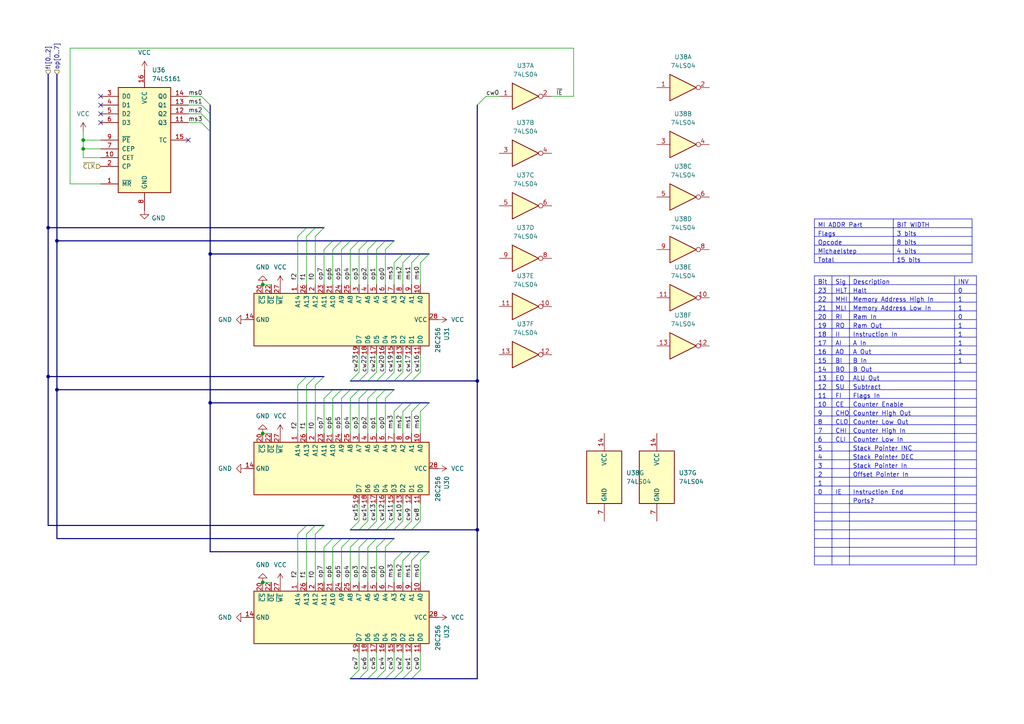
<source format=kicad_sch>
(kicad_sch (version 20250114) (generator "eeschema") (generator_version "9.0")
  (paper "A4")
  (lib_symbols
    (symbol "74xx:74LS04"
      (property "Reference" "U" (at 0 1.27 0))
      (property "Value" "74LS04" (at 0 -1.27 0))
      (symbol "74LS04_1_0"
        (polyline (pts (xy -3.81 3.81) (xy -3.81 -3.81) (xy 3.81 0) (xy -3.81 3.81)) (stroke (width 0.254)) (fill (type background)))
        (pin input line (at -7.62 0 0) (length 3.81) (name "~") (number "1"))
        (pin output inverted (at 7.62 0 180) (length 3.81) (name "~") (number "2"))
      )
      (symbol "74LS04_2_0"
        (polyline (pts (xy -3.81 3.81) (xy -3.81 -3.81) (xy 3.81 0) (xy -3.81 3.81)) (stroke (width 0.254)) (fill (type background)))
        (pin input line (at -7.62 0 0) (length 3.81) (name "~") (number "3"))
        (pin output inverted (at 7.62 0 180) (length 3.81) (name "~") (number "4"))
      )
      (symbol "74LS04_3_0"
        (polyline (pts (xy -3.81 3.81) (xy -3.81 -3.81) (xy 3.81 0) (xy -3.81 3.81)) (stroke (width 0.254)) (fill (type background)))
        (pin input line (at -7.62 0 0) (length 3.81) (name "~") (number "5"))
        (pin output inverted (at 7.62 0 180) (length 3.81) (name "~") (number "6"))
      )
      (symbol "74LS04_4_0"
        (polyline (pts (xy -3.81 3.81) (xy -3.81 -3.81) (xy 3.81 0) (xy -3.81 3.81)) (stroke (width 0.254)) (fill (type background)))
        (pin input line (at -7.62 0 0) (length 3.81) (name "~") (number "9"))
        (pin output inverted (at 7.62 0 180) (length 3.81) (name "~") (number "8"))
      )
      (symbol "74LS04_5_0"
        (polyline (pts (xy -3.81 3.81) (xy -3.81 -3.81) (xy 3.81 0) (xy -3.81 3.81)) (stroke (width 0.254)) (fill (type background)))
        (pin input line (at -7.62 0 0) (length 3.81) (name "~") (number "11"))
        (pin output inverted (at 7.62 0 180) (length 3.81) (name "~") (number "10"))
      )
      (symbol "74LS04_6_0"
        (polyline (pts (xy -3.81 3.81) (xy -3.81 -3.81) (xy 3.81 0) (xy -3.81 3.81)) (stroke (width 0.254)) (fill (type background)))
        (pin input line (at -7.62 0 0) (length 3.81) (name "~") (number "13"))
        (pin output inverted (at 7.62 0 180) (length 3.81) (name "~") (number "12"))
      )
      (symbol "74LS04_7_0"
        (pin power_in line (at 0 12.7 270) (length 5.08) (name "VCC") (number "14"))
        (pin power_in line (at 0 -12.7 90) (length 5.08) (name "GND") (number "7"))
      )
      (symbol "74LS04_7_1"
        (rectangle (start -5.08 7.62) (end 5.08 -7.62) (stroke (width 0.254)) (fill (type background)))
      )
    )
    (symbol "74xx:74LS161" (pin_names (offset 1.016))
      (property "Reference" "U" (at -7.62 16.51 0))
      (property "Value" "74LS161" (at -7.62 -16.51 0))
      (symbol "74LS161_1_0"
        (pin input line (at -12.7 12.7 0) (length 5.08) (name "D0") (number "3"))
        (pin input line (at -12.7 10.16 0) (length 5.08) (name "D1") (number "4"))
        (pin input line (at -12.7 7.62 0) (length 5.08) (name "D2") (number "5"))
        (pin input line (at -12.7 5.08 0) (length 5.08) (name "D3") (number "6"))
        (pin input line (at -12.7 0 0) (length 5.08) (name "~{PE}") (number "9"))
        (pin input line (at -12.7 -2.54 0) (length 5.08) (name "CEP") (number "7"))
        (pin input line (at -12.7 -5.08 0) (length 5.08) (name "CET") (number "10"))
        (pin input line (at -12.7 -7.62 0) (length 5.08) (name "CP") (number "2"))
        (pin input line (at -12.7 -12.7 0) (length 5.08) (name "~{MR}") (number "1"))
        (pin power_in line (at 0 20.32 270) (length 5.08) (name "VCC") (number "16"))
        (pin power_in line (at 0 -20.32 90) (length 5.08) (name "GND") (number "8"))
        (pin output line (at 12.7 12.7 180) (length 5.08) (name "Q0") (number "14"))
        (pin output line (at 12.7 10.16 180) (length 5.08) (name "Q1") (number "13"))
        (pin output line (at 12.7 7.62 180) (length 5.08) (name "Q2") (number "12"))
        (pin output line (at 12.7 5.08 180) (length 5.08) (name "Q3") (number "11"))
        (pin output line (at 12.7 0 180) (length 5.08) (name "TC") (number "15"))
      )
      (symbol "74LS161_1_1"
        (rectangle (start -7.62 15.24) (end 7.62 -15.24) (stroke (width 0.254)) (fill (type background)))
      )
    )
    (symbol "Memory_EEPROM:28C256"
      (property "Reference" "U" (at -7.62 26.67 0))
      (property "Value" "28C256" (at 2.54 -26.67 0))
      (symbol "28C256_1_1"
        (rectangle (start -7.62 25.4) (end 7.62 -25.4) (stroke (width 0.254)) (fill (type background)))
        (pin input line (at -10.16 22.86 0) (length 2.54) (name "A0") (number "10"))
        (pin input line (at -10.16 20.32 0) (length 2.54) (name "A1") (number "9"))
        (pin input line (at -10.16 17.78 0) (length 2.54) (name "A2") (number "8"))
        (pin input line (at -10.16 15.24 0) (length 2.54) (name "A3") (number "7"))
        (pin input line (at -10.16 12.7 0) (length 2.54) (name "A4") (number "6"))
        (pin input line (at -10.16 10.16 0) (length 2.54) (name "A5") (number "5"))
        (pin input line (at -10.16 7.62 0) (length 2.54) (name "A6") (number "4"))
        (pin input line (at -10.16 5.08 0) (length 2.54) (name "A7") (number "3"))
        (pin input line (at -10.16 2.54 0) (length 2.54) (name "A8") (number "25"))
        (pin input line (at -10.16 0 0) (length 2.54) (name "A9") (number "24"))
        (pin input line (at -10.16 -2.54 0) (length 2.54) (name "A10") (number "21"))
        (pin input line (at -10.16 -5.08 0) (length 2.54) (name "A11") (number "23"))
        (pin input line (at -10.16 -7.62 0) (length 2.54) (name "A12") (number "2"))
        (pin input line (at -10.16 -10.16 0) (length 2.54) (name "A13") (number "26"))
        (pin input line (at -10.16 -12.7 0) (length 2.54) (name "A14") (number "1"))
        (pin input line (at -10.16 -17.78 0) (length 2.54) (name "~{WE}") (number "27"))
        (pin input line (at -10.16 -20.32 0) (length 2.54) (name "~{OE}") (number "22"))
        (pin input line (at -10.16 -22.86 0) (length 2.54) (name "~{CS}") (number "20"))
        (pin power_in line (at 0 27.94 270) (length 2.54) (name "VCC") (number "28"))
        (pin power_in line (at 0 -27.94 90) (length 2.54) (name "GND") (number "14"))
        (pin tri_state line (at 10.16 22.86 180) (length 2.54) (name "D0") (number "11"))
        (pin tri_state line (at 10.16 20.32 180) (length 2.54) (name "D1") (number "12"))
        (pin tri_state line (at 10.16 17.78 180) (length 2.54) (name "D2") (number "13"))
        (pin tri_state line (at 10.16 15.24 180) (length 2.54) (name "D3") (number "15"))
        (pin tri_state line (at 10.16 12.7 180) (length 2.54) (name "D4") (number "16"))
        (pin tri_state line (at 10.16 10.16 180) (length 2.54) (name "D5") (number "17"))
        (pin tri_state line (at 10.16 7.62 180) (length 2.54) (name "D6") (number "18"))
        (pin tri_state line (at 10.16 5.08 180) (length 2.54) (name "D7") (number "19"))
      )
    )
    (symbol "power:GND" (power) (pin_numbers (hide yes)) (pin_names (offset 0) (hide yes))
      (property "Value" "GND" (at 0 -3.81 0))
      (symbol "GND_0_1"
        (polyline (pts (xy 0 0) (xy 0 -1.27) (xy 1.27 -1.27) (xy 0 -2.54) (xy -1.27 -1.27) (xy 0 -1.27)))
      )
      (symbol "GND_1_1"
        (pin power_in line (at 0 0 270) (length 0) (name "~") (number "1"))
      )
    )
    (symbol "power:VCC" (power) (pin_numbers (hide yes)) (pin_names (offset 0) (hide yes))
      (property "Value" "VCC" (at 0 3.556 0))
      (symbol "VCC_0_1"
        (polyline (pts (xy -0.762 1.27) (xy 0 2.54)))
        (polyline (pts (xy 0 2.54) (xy 0.762 1.27)))
        (polyline (pts (xy 0 0) (xy 0 2.54)))
      )
      (symbol "VCC_1_1"
        (pin power_in line (at 0 0 90) (length 0) (name "~") (number "1"))
      )
    )
  )
  (junction (at 16.51 113.03))
  (junction (at 60.96 73.66))
  (junction (at 76.2 82.55))
  (junction (at 60.96 116.84))
  (junction (at 138.43 110.49))
  (junction (at 24.13 43.18))
  (junction (at 16.51 69.85))
  (junction (at 76.2 168.91))
  (junction (at 13.97 66.04))
  (junction (at 76.2 125.73))
  (junction (at 24.13 40.64))
  (junction (at 138.43 153.67))
  (junction (at 13.97 109.22))
  (no_connect (at 29.21 33.02))
  (no_connect (at 29.21 35.56))
  (no_connect (at 54.61 40.64))
  (no_connect (at 29.21 27.94))
  (no_connect (at 29.21 30.48))
  (bus_entry (at 106.68 107.95) (size -2.54 2.54))
  (bus_entry (at 106.68 151.13) (size -2.54 2.54))
  (bus_entry (at 114.3 119.38) (size 2.54 -2.54))
  (bus_entry (at 109.22 107.95) (size -2.54 2.54))
  (bus_entry (at 116.84 119.38) (size 2.54 -2.54))
  (bus_entry (at 121.92 107.95) (size -2.54 2.54))
  (bus_entry (at 109.22 151.13) (size -2.54 2.54))
  (bus_entry (at 109.22 72.39) (size 2.54 -2.54))
  (bus_entry (at 93.98 115.57) (size 2.54 -2.54))
  (bus_entry (at 58.42 35.56) (size 2.54 2.54))
  (bus_entry (at 86.36 154.94) (size 2.54 -2.54))
  (bus_entry (at 121.92 162.56) (size 2.54 -2.54))
  (bus_entry (at 121.92 76.2) (size 2.54 -2.54))
  (bus_entry (at 111.76 158.75) (size 2.54 -2.54))
  (bus_entry (at 121.92 151.13) (size -2.54 2.54))
  (bus_entry (at 109.22 158.75) (size 2.54 -2.54))
  (bus_entry (at 101.6 72.39) (size 2.54 -2.54))
  (bus_entry (at 91.44 154.94) (size 2.54 -2.54))
  (bus_entry (at 116.84 107.95) (size -2.54 2.54))
  (bus_entry (at 99.06 158.75) (size 2.54 -2.54))
  (bus_entry (at 101.6 115.57) (size 2.54 -2.54))
  (bus_entry (at 114.3 76.2) (size 2.54 -2.54))
  (bus_entry (at 138.43 30.48) (size 2.54 -2.54))
  (bus_entry (at 114.3 162.56) (size 2.54 -2.54))
  (bus_entry (at 109.22 194.31) (size -2.54 2.54))
  (bus_entry (at 104.14 194.31) (size -2.54 2.54))
  (bus_entry (at 58.42 33.02) (size 2.54 2.54))
  (bus_entry (at 119.38 194.31) (size -2.54 2.54))
  (bus_entry (at 96.52 115.57) (size 2.54 -2.54))
  (bus_entry (at 119.38 162.56) (size 2.54 -2.54))
  (bus_entry (at 116.84 162.56) (size 2.54 -2.54))
  (bus_entry (at 116.84 76.2) (size 2.54 -2.54))
  (bus_entry (at 109.22 115.57) (size 2.54 -2.54))
  (bus_entry (at 86.36 68.58) (size 2.54 -2.54))
  (bus_entry (at 121.92 194.31) (size -2.54 2.54))
  (bus_entry (at 119.38 76.2) (size 2.54 -2.54))
  (bus_entry (at 116.84 151.13) (size -2.54 2.54))
  (bus_entry (at 111.76 115.57) (size 2.54 -2.54))
  (bus_entry (at 99.06 115.57) (size 2.54 -2.54))
  (bus_entry (at 121.92 119.38) (size 2.54 -2.54))
  (bus_entry (at 104.14 115.57) (size 2.54 -2.54))
  (bus_entry (at 104.14 72.39) (size 2.54 -2.54))
  (bus_entry (at 91.44 111.76) (size 2.54 -2.54))
  (bus_entry (at 86.36 111.76) (size 2.54 -2.54))
  (bus_entry (at 114.3 107.95) (size -2.54 2.54))
  (bus_entry (at 101.6 158.75) (size 2.54 -2.54))
  (bus_entry (at 114.3 151.13) (size -2.54 2.54))
  (bus_entry (at 119.38 151.13) (size -2.54 2.54))
  (bus_entry (at 58.42 30.48) (size 2.54 2.54))
  (bus_entry (at 88.9 111.76) (size 2.54 -2.54))
  (bus_entry (at 88.9 68.58) (size 2.54 -2.54))
  (bus_entry (at 116.84 194.31) (size -2.54 2.54))
  (bus_entry (at 119.38 119.38) (size 2.54 -2.54))
  (bus_entry (at 111.76 194.31) (size -2.54 2.54))
  (bus_entry (at 106.68 158.75) (size 2.54 -2.54))
  (bus_entry (at 104.14 107.95) (size -2.54 2.54))
  (bus_entry (at 88.9 154.94) (size 2.54 -2.54))
  (bus_entry (at 93.98 158.75) (size 2.54 -2.54))
  (bus_entry (at 96.52 158.75) (size 2.54 -2.54))
  (bus_entry (at 106.68 194.31) (size -2.54 2.54))
  (bus_entry (at 106.68 72.39) (size 2.54 -2.54))
  (bus_entry (at 111.76 107.95) (size -2.54 2.54))
  (bus_entry (at 111.76 72.39) (size 2.54 -2.54))
  (bus_entry (at 99.06 72.39) (size 2.54 -2.54))
  (bus_entry (at 93.98 72.39) (size 2.54 -2.54))
  (bus_entry (at 96.52 72.39) (size 2.54 -2.54))
  (bus_entry (at 91.44 68.58) (size 2.54 -2.54))
  (bus_entry (at 104.14 158.75) (size 2.54 -2.54))
  (bus_entry (at 111.76 151.13) (size -2.54 2.54))
  (bus_entry (at 106.68 115.57) (size 2.54 -2.54))
  (bus_entry (at 114.3 194.31) (size -2.54 2.54))
  (bus_entry (at 58.42 27.94) (size 2.54 2.54))
  (bus_entry (at 119.38 107.95) (size -2.54 2.54))
  (bus_entry (at 104.14 151.13) (size -2.54 2.54))
  (wire (pts (xy 91.44 154.94) (xy 91.44 168.91)))
  (wire (pts (xy 119.38 146.05) (xy 119.38 151.13)))
  (wire (pts (xy 86.36 68.58) (xy 86.36 82.55)))
  (bus (pts (xy 96.52 69.85) (xy 99.06 69.85)))
  (bus (pts (xy 13.97 66.04) (xy 88.9 66.04)))
  (wire (pts (xy 114.3 76.2) (xy 114.3 82.55)))
  (bus (pts (xy 106.68 153.67) (xy 104.14 153.67)))
  (bus (pts (xy 16.51 21.59) (xy 16.51 69.85)))
  (bus (pts (xy 99.06 113.03) (xy 101.6 113.03)))
  (bus (pts (xy 96.52 156.21) (xy 99.06 156.21)))
  (wire (pts (xy 111.76 189.23) (xy 111.76 194.31)))
  (wire (pts (xy 121.92 76.2) (xy 121.92 82.55)))
  (bus (pts (xy 88.9 152.4) (xy 91.44 152.4)))
  (wire (pts (xy 121.92 119.38) (xy 121.92 125.73)))
  (bus (pts (xy 119.38 110.49) (xy 116.84 110.49)))
  (wire (pts (xy 109.22 189.23) (xy 109.22 194.31)))
  (bus (pts (xy 121.92 73.66) (xy 124.46 73.66)))
  (bus (pts (xy 13.97 21.59) (xy 13.97 66.04)))
  (bus (pts (xy 99.06 156.21) (xy 101.6 156.21)))
  (bus (pts (xy 119.38 196.85) (xy 116.84 196.85)))
  (bus (pts (xy 60.96 35.56) (xy 60.96 33.02)))
  (bus (pts (xy 116.84 110.49) (xy 114.3 110.49)))
  (wire (pts (xy 114.3 162.56) (xy 114.3 168.91)))
  (bus (pts (xy 111.76 110.49) (xy 109.22 110.49)))
  (bus (pts (xy 16.51 156.21) (xy 96.52 156.21)))
  (bus (pts (xy 121.92 160.02) (xy 124.46 160.02)))
  (wire (pts (xy 93.98 158.75) (xy 93.98 168.91)))
  (wire (pts (xy 104.14 158.75) (xy 104.14 168.91)))
  (wire (pts (xy 76.2 125.73) (xy 78.74 125.73)))
  (wire (pts (xy 121.92 102.87) (xy 121.92 107.95)))
  (wire (pts (xy 86.36 111.76) (xy 86.36 125.73)))
  (bus (pts (xy 88.9 109.22) (xy 91.44 109.22)))
  (bus (pts (xy 116.84 160.02) (xy 119.38 160.02)))
  (wire (pts (xy 93.98 115.57) (xy 93.98 125.73)))
  (bus (pts (xy 119.38 160.02) (xy 121.92 160.02)))
  (wire (pts (xy 104.14 115.57) (xy 104.14 125.73)))
  (wire (pts (xy 104.14 146.05) (xy 104.14 151.13)))
  (wire (pts (xy 121.92 162.56) (xy 121.92 168.91)))
  (wire (pts (xy 114.3 119.38) (xy 114.3 125.73)))
  (wire (pts (xy 116.84 102.87) (xy 116.84 107.95)))
  (wire (pts (xy 24.13 38.1) (xy 24.13 40.64)))
  (wire (pts (xy 24.13 40.64) (xy 29.21 40.64)))
  (bus (pts (xy 60.96 38.1) (xy 60.96 35.56)))
  (bus (pts (xy 91.44 66.04) (xy 93.98 66.04)))
  (wire (pts (xy 20.32 13.97) (xy 20.32 53.34)))
  (bus (pts (xy 101.6 156.21) (xy 104.14 156.21)))
  (bus (pts (xy 60.96 73.66) (xy 60.96 116.84)))
  (bus (pts (xy 60.96 33.02) (xy 60.96 30.48)))
  (wire (pts (xy 54.61 27.94) (xy 58.42 27.94)))
  (bus (pts (xy 13.97 109.22) (xy 13.97 152.4)))
  (bus (pts (xy 109.22 69.85) (xy 111.76 69.85)))
  (bus (pts (xy 109.22 110.49) (xy 106.68 110.49)))
  (wire (pts (xy 166.37 27.94) (xy 160.02 27.94)))
  (wire (pts (xy 116.84 119.38) (xy 116.84 125.73)))
  (bus (pts (xy 104.14 156.21) (xy 106.68 156.21)))
  (bus (pts (xy 114.3 153.67) (xy 111.76 153.67)))
  (wire (pts (xy 119.38 102.87) (xy 119.38 107.95)))
  (bus (pts (xy 109.22 113.03) (xy 111.76 113.03)))
  (wire (pts (xy 116.84 146.05) (xy 116.84 151.13)))
  (wire (pts (xy 104.14 72.39) (xy 104.14 82.55)))
  (wire (pts (xy 88.9 111.76) (xy 88.9 125.73)))
  (bus (pts (xy 111.76 113.03) (xy 114.3 113.03)))
  (wire (pts (xy 93.98 72.39) (xy 93.98 82.55)))
  (wire (pts (xy 91.44 111.76) (xy 91.44 125.73)))
  (wire (pts (xy 91.44 68.58) (xy 91.44 82.55)))
  (wire (pts (xy 24.13 45.72) (xy 29.21 45.72)))
  (bus (pts (xy 16.51 113.03) (xy 16.51 156.21)))
  (bus (pts (xy 138.43 153.67) (xy 138.43 196.85)))
  (bus (pts (xy 116.84 196.85) (xy 114.3 196.85)))
  (bus (pts (xy 119.38 153.67) (xy 116.84 153.67)))
  (bus (pts (xy 60.96 73.66) (xy 116.84 73.66)))
  (wire (pts (xy 111.76 146.05) (xy 111.76 151.13)))
  (bus (pts (xy 109.22 196.85) (xy 106.68 196.85)))
  (bus (pts (xy 106.68 110.49) (xy 104.14 110.49)))
  (wire (pts (xy 101.6 72.39) (xy 101.6 82.55)))
  (wire (pts (xy 114.3 189.23) (xy 114.3 194.31)))
  (wire (pts (xy 119.38 76.2) (xy 119.38 82.55)))
  (wire (pts (xy 166.37 27.94) (xy 166.37 13.97)))
  (bus (pts (xy 138.43 196.85) (xy 119.38 196.85)))
  (wire (pts (xy 99.06 158.75) (xy 99.06 168.91)))
  (bus (pts (xy 13.97 109.22) (xy 88.9 109.22)))
  (bus (pts (xy 106.68 156.21) (xy 109.22 156.21)))
  (wire (pts (xy 24.13 43.18) (xy 24.13 45.72)))
  (wire (pts (xy 114.3 102.87) (xy 114.3 107.95)))
  (bus (pts (xy 96.52 113.03) (xy 99.06 113.03)))
  (bus (pts (xy 119.38 73.66) (xy 121.92 73.66)))
  (bus (pts (xy 60.96 160.02) (xy 116.84 160.02)))
  (bus (pts (xy 114.3 196.85) (xy 111.76 196.85)))
  (wire (pts (xy 109.22 158.75) (xy 109.22 168.91)))
  (wire (pts (xy 24.13 40.64) (xy 24.13 43.18)))
  (bus (pts (xy 111.76 196.85) (xy 109.22 196.85)))
  (wire (pts (xy 96.52 158.75) (xy 96.52 168.91)))
  (wire (pts (xy 119.38 119.38) (xy 119.38 125.73)))
  (bus (pts (xy 13.97 66.04) (xy 13.97 109.22)))
  (wire (pts (xy 54.61 33.02) (xy 58.42 33.02)))
  (wire (pts (xy 88.9 154.94) (xy 88.9 168.91)))
  (bus (pts (xy 16.51 113.03) (xy 96.52 113.03)))
  (wire (pts (xy 88.9 68.58) (xy 88.9 82.55)))
  (bus (pts (xy 106.68 69.85) (xy 109.22 69.85)))
  (wire (pts (xy 111.76 72.39) (xy 111.76 82.55)))
  (wire (pts (xy 101.6 115.57) (xy 101.6 125.73)))
  (bus (pts (xy 119.38 110.49) (xy 138.43 110.49)))
  (bus (pts (xy 116.84 116.84) (xy 119.38 116.84)))
  (bus (pts (xy 104.14 110.49) (xy 101.6 110.49)))
  (wire (pts (xy 104.14 189.23) (xy 104.14 194.31)))
  (bus (pts (xy 116.84 73.66) (xy 119.38 73.66)))
  (wire (pts (xy 111.76 158.75) (xy 111.76 168.91)))
  (wire (pts (xy 104.14 102.87) (xy 104.14 107.95)))
  (bus (pts (xy 91.44 109.22) (xy 93.98 109.22)))
  (bus (pts (xy 91.44 152.4) (xy 93.98 152.4)))
  (bus (pts (xy 109.22 153.67) (xy 106.68 153.67)))
  (bus (pts (xy 119.38 153.67) (xy 138.43 153.67)))
  (wire (pts (xy 111.76 102.87) (xy 111.76 107.95)))
  (wire (pts (xy 20.32 53.34) (xy 29.21 53.34)))
  (wire (pts (xy 24.13 43.18) (xy 29.21 43.18)))
  (bus (pts (xy 13.97 152.4) (xy 88.9 152.4)))
  (wire (pts (xy 119.38 162.56) (xy 119.38 168.91)))
  (bus (pts (xy 116.84 153.67) (xy 114.3 153.67)))
  (wire (pts (xy 99.06 115.57) (xy 99.06 125.73)))
  (wire (pts (xy 106.68 72.39) (xy 106.68 82.55)))
  (bus (pts (xy 60.96 38.1) (xy 60.96 73.66)))
  (wire (pts (xy 101.6 158.75) (xy 101.6 168.91)))
  (bus (pts (xy 99.06 69.85) (xy 101.6 69.85)))
  (wire (pts (xy 106.68 189.23) (xy 106.68 194.31)))
  (bus (pts (xy 101.6 69.85) (xy 104.14 69.85)))
  (wire (pts (xy 116.84 76.2) (xy 116.84 82.55)))
  (bus (pts (xy 114.3 110.49) (xy 111.76 110.49)))
  (wire (pts (xy 96.52 115.57) (xy 96.52 125.73)))
  (bus (pts (xy 111.76 153.67) (xy 109.22 153.67)))
  (bus (pts (xy 16.51 69.85) (xy 16.51 113.03)))
  (wire (pts (xy 121.92 189.23) (xy 121.92 194.31)))
  (wire (pts (xy 106.68 102.87) (xy 106.68 107.95)))
  (wire (pts (xy 109.22 102.87) (xy 109.22 107.95)))
  (wire (pts (xy 54.61 35.56) (xy 58.42 35.56)))
  (bus (pts (xy 104.14 153.67) (xy 101.6 153.67)))
  (wire (pts (xy 109.22 72.39) (xy 109.22 82.55)))
  (bus (pts (xy 111.76 156.21) (xy 114.3 156.21)))
  (wire (pts (xy 106.68 146.05) (xy 106.68 151.13)))
  (wire (pts (xy 119.38 189.23) (xy 119.38 194.31)))
  (wire (pts (xy 54.61 30.48) (xy 58.42 30.48)))
  (bus (pts (xy 104.14 113.03) (xy 106.68 113.03)))
  (bus (pts (xy 109.22 156.21) (xy 111.76 156.21)))
  (bus (pts (xy 106.68 196.85) (xy 104.14 196.85)))
  (bus (pts (xy 16.51 69.85) (xy 96.52 69.85)))
  (bus (pts (xy 88.9 66.04) (xy 91.44 66.04)))
  (wire (pts (xy 106.68 158.75) (xy 106.68 168.91)))
  (bus (pts (xy 104.14 69.85) (xy 106.68 69.85)))
  (bus (pts (xy 138.43 110.49) (xy 138.43 153.67)))
  (bus (pts (xy 119.38 116.84) (xy 121.92 116.84)))
  (wire (pts (xy 109.22 115.57) (xy 109.22 125.73)))
  (bus (pts (xy 60.96 116.84) (xy 116.84 116.84)))
  (wire (pts (xy 96.52 72.39) (xy 96.52 82.55)))
  (wire (pts (xy 99.06 72.39) (xy 99.06 82.55)))
  (bus (pts (xy 106.68 113.03) (xy 109.22 113.03)))
  (wire (pts (xy 116.84 162.56) (xy 116.84 168.91)))
  (wire (pts (xy 121.92 146.05) (xy 121.92 151.13)))
  (wire (pts (xy 140.97 27.94) (xy 144.78 27.94)))
  (bus (pts (xy 111.76 69.85) (xy 114.3 69.85)))
  (wire (pts (xy 111.76 115.57) (xy 111.76 125.73)))
  (wire (pts (xy 106.68 115.57) (xy 106.68 125.73)))
  (wire (pts (xy 109.22 146.05) (xy 109.22 151.13)))
  (bus (pts (xy 104.14 196.85) (xy 101.6 196.85)))
  (bus (pts (xy 121.92 116.84) (xy 124.46 116.84)))
  (bus (pts (xy 101.6 113.03) (xy 104.14 113.03)))
  (bus (pts (xy 138.43 30.48) (xy 138.43 110.49)))
  (wire (pts (xy 116.84 189.23) (xy 116.84 194.31)))
  (wire (pts (xy 76.2 168.91) (xy 78.74 168.91)))
  (bus (pts (xy 60.96 116.84) (xy 60.96 160.02)))
  (wire (pts (xy 76.2 82.55) (xy 78.74 82.55)))
  (wire (pts (xy 86.36 154.94) (xy 86.36 168.91)))
  (wire (pts (xy 166.37 13.97) (xy 20.32 13.97)))
  (wire (pts (xy 114.3 146.05) (xy 114.3 151.13)))
  (table (column_count 4) (border (external yes) (header yes)) (separators (rows yes) (cols yes)) (column_widths 5.08 5.08 30.48 6.35) (row_heights 2.54 2.54 2.54 2.54 2.54 2.54 2.54 2.54 2.54 2.54 2.54 2.54 2.54 2.54 2.54 2.54 2.54 2.54 2.54 2.54 2.54 2.54 2.54 2.54 2.54 2.54 2.54 2.54 2.54 2.54 2.54 2.54 2.54) (cells (table_cell "Bit" (at 236.22 80.01 0) (size 5.08 2.54) (margins 0.9525 0.9525 0.9525 0.9525) (span 1 1)) (table_cell "Sig" (at 241.3 80.01 0) (size 5.08 2.54) (margins 0.9525 0.9525 0.9525 0.9525) (span 1 1)) (table_cell "Description" (at 246.38 80.01 0) (size 30.48 2.54) (margins 0.9525 0.9525 0.9525 0.9525) (span 1 1)) (table_cell "INV" (at 276.86 80.01 0) (size 6.35 2.54) (margins 0.9525 0.9525 0.9525 0.9525) (span 1 1)) (table_cell "23" (at 236.22 82.55 0) (size 5.08 2.54) (margins 0.9525 0.9525 0.9525 0.9525) (span 1 1)) (table_cell "HLT" (at 241.3 82.55 0) (size 5.08 2.54) (margins 0.9525 0.9525 0.9525 0.9525) (span 1 1)) (table_cell "Halt" (at 246.38 82.55 0) (size 30.48 2.54) (margins 0.9525 0.9525 0.9525 0.9525) (span 1 1)) (table_cell "0" (at 276.86 82.55 0) (size 6.35 2.54) (margins 0.9525 0.9525 0.9525 0.9525) (span 1 1)) (table_cell "22" (at 236.22 85.09 0) (size 5.08 2.54) (margins 0.9525 0.9525 0.9525 0.9525) (span 1 1)) (table_cell "MHI" (at 241.3 85.09 0) (size 5.08 2.54) (margins 0.9525 0.9525 0.9525 0.9525) (span 1 1)) (table_cell "Memory Address High In" (at 246.38 85.09 0) (size 30.48 2.54) (margins 0.9525 0.9525 0.9525 0.9525) (span 1 1)) (table_cell "1" (at 276.86 85.09 0) (size 6.35 2.54) (margins 0.9525 0.9525 0.9525 0.9525) (span 1 1)) (table_cell "21" (at 236.22 87.63 0) (size 5.08 2.54) (margins 0.9525 0.9525 0.9525 0.9525) (span 1 1)) (table_cell "MLI" (at 241.3 87.63 0) (size 5.08 2.54) (margins 0.9525 0.9525 0.9525 0.9525) (span 1 1)) (table_cell "Memory Address Low In" (at 246.38 87.63 0) (size 30.48 2.54) (margins 0.9525 0.9525 0.9525 0.9525) (span 1 1)) (table_cell "1" (at 276.86 87.63 0) (size 6.35 2.54) (margins 0.9525 0.9525 0.9525 0.9525) (span 1 1)) (table_cell "20" (at 236.22 90.17 0) (size 5.08 2.54) (margins 0.9525 0.9525 0.9525 0.9525) (span 1 1)) (table_cell "RI" (at 241.3 90.17 0) (size 5.08 2.54) (margins 0.9525 0.9525 0.9525 0.9525) (span 1 1)) (table_cell "Ram In" (at 246.38 90.17 0) (size 30.48 2.54) (margins 0.9525 0.9525 0.9525 0.9525) (span 1 1)) (table_cell "0" (at 276.86 90.17 0) (size 6.35 2.54) (margins 0.9525 0.9525 0.9525 0.9525) (span 1 1)) (table_cell "19" (at 236.22 92.71 0) (size 5.08 2.54) (margins 0.9525 0.9525 0.9525 0.9525) (span 1 1)) (table_cell "RO" (at 241.3 92.71 0) (size 5.08 2.54) (margins 0.9525 0.9525 0.9525 0.9525) (span 1 1)) (table_cell "Ram Out" (at 246.38 92.71 0) (size 30.48 2.54) (margins 0.9525 0.9525 0.9525 0.9525) (span 1 1)) (table_cell "1" (at 276.86 92.71 0) (size 6.35 2.54) (margins 0.9525 0.9525 0.9525 0.9525) (span 1 1)) (table_cell "18" (at 236.22 95.25 0) (size 5.08 2.54) (margins 0.9525 0.9525 0.9525 0.9525) (span 1 1)) (table_cell "II" (at 241.3 95.25 0) (size 5.08 2.54) (margins 0.9525 0.9525 0.9525 0.9525) (span 1 1)) (table_cell "Instruction In" (at 246.38 95.25 0) (size 30.48 2.54) (margins 0.9525 0.9525 0.9525 0.9525) (span 1 1)) (table_cell "1" (at 276.86 95.25 0) (size 6.35 2.54) (margins 0.9525 0.9525 0.9525 0.9525) (span 1 1)) (table_cell "17" (at 236.22 97.79 0) (size 5.08 2.54) (margins 0.9525 0.9525 0.9525 0.9525) (span 1 1)) (table_cell "AI" (at 241.3 97.79 0) (size 5.08 2.54) (margins 0.9525 0.9525 0.9525 0.9525) (span 1 1)) (table_cell "A In" (at 246.38 97.79 0) (size 30.48 2.54) (margins 0.9525 0.9525 0.9525 0.9525) (span 1 1)) (table_cell "1" (at 276.86 97.79 0) (size 6.35 2.54) (margins 0.9525 0.9525 0.9525 0.9525) (span 1 1)) (table_cell "16" (at 236.22 100.33 0) (size 5.08 2.54) (margins 0.9525 0.9525 0.9525 0.9525) (span 1 1)) (table_cell "AO" (at 241.3 100.33 0) (size 5.08 2.54) (margins 0.9525 0.9525 0.9525 0.9525) (span 1 1)) (table_cell "A Out" (at 246.38 100.33 0) (size 30.48 2.54) (margins 0.9525 0.9525 0.9525 0.9525) (span 1 1)) (table_cell "1" (at 276.86 100.33 0) (size 6.35 2.54) (margins 0.9525 0.9525 0.9525 0.9525) (span 1 1)) (table_cell "15" (at 236.22 102.87 0) (size 5.08 2.54) (margins 0.9525 0.9525 0.9525 0.9525) (span 1 1)) (table_cell "BI" (at 241.3 102.87 0) (size 5.08 2.54) (margins 0.9525 0.9525 0.9525 0.9525) (span 1 1)) (table_cell "B In" (at 246.38 102.87 0) (size 30.48 2.54) (margins 0.9525 0.9525 0.9525 0.9525) (span 1 1)) (table_cell "1" (at 276.86 102.87 0) (size 6.35 2.54) (margins 0.9525 0.9525 0.9525 0.9525) (span 1 1)) (table_cell "14" (at 236.22 105.41 0) (size 5.08 2.54) (margins 0.9525 0.9525 0.9525 0.9525) (span 1 1)) (table_cell "BO" (at 241.3 105.41 0) (size 5.08 2.54) (margins 0.9525 0.9525 0.9525 0.9525) (span 1 1)) (table_cell "B Out" (at 246.38 105.41 0) (size 30.48 2.54) (margins 0.9525 0.9525 0.9525 0.9525) (span 1 1)) (table_cell "" (at 276.86 105.41 0) (size 6.35 2.54) (margins 0.9525 0.9525 0.9525 0.9525) (span 1 1)) (table_cell "13" (at 236.22 107.95 0) (size 5.08 2.54) (margins 0.9525 0.9525 0.9525 0.9525) (span 1 1)) (table_cell "EO" (at 241.3 107.95 0) (size 5.08 2.54) (margins 0.9525 0.9525 0.9525 0.9525) (span 1 1)) (table_cell "ALU Out" (at 246.38 107.95 0) (size 30.48 2.54) (margins 0.9525 0.9525 0.9525 0.9525) (span 1 1)) (table_cell "" (at 276.86 107.95 0) (size 6.35 2.54) (margins 0.9525 0.9525 0.9525 0.9525) (span 1 1)) (table_cell "12" (at 236.22 110.49 0) (size 5.08 2.54) (margins 0.9525 0.9525 0.9525 0.9525) (span 1 1)) (table_cell "SU" (at 241.3 110.49 0) (size 5.08 2.54) (margins 0.9525 0.9525 0.9525 0.9525) (span 1 1)) (table_cell "Subtract" (at 246.38 110.49 0) (size 30.48 2.54) (margins 0.9525 0.9525 0.9525 0.9525) (span 1 1)) (table_cell "" (at 276.86 110.49 0) (size 6.35 2.54) (margins 0.9525 0.9525 0.9525 0.9525) (span 1 1)) (table_cell "11" (at 236.22 113.03 0) (size 5.08 2.54) (margins 0.9525 0.9525 0.9525 0.9525) (span 1 1)) (table_cell "FI" (at 241.3 113.03 0) (size 5.08 2.54) (margins 0.9525 0.9525 0.9525 0.9525) (span 1 1)) (table_cell "Flags In" (at 246.38 113.03 0) (size 30.48 2.54) (margins 0.9525 0.9525 0.9525 0.9525) (span 1 1)) (table_cell "" (at 276.86 113.03 0) (size 6.35 2.54) (margins 0.9525 0.9525 0.9525 0.9525) (span 1 1)) (table_cell "10" (at 236.22 115.57 0) (size 5.08 2.54) (margins 0.9525 0.9525 0.9525 0.9525) (span 1 1)) (table_cell "CE" (at 241.3 115.57 0) (size 5.08 2.54) (margins 0.9525 0.9525 0.9525 0.9525) (span 1 1)) (table_cell "Counter Enable" (at 246.38 115.57 0) (size 30.48 2.54) (margins 0.9525 0.9525 0.9525 0.9525) (span 1 1)) (table_cell "" (at 276.86 115.57 0) (size 6.35 2.54) (margins 0.9525 0.9525 0.9525 0.9525) (span 1 1)) (table_cell "9" (at 236.22 118.11 0) (size 5.08 2.54) (margins 0.9525 0.9525 0.9525 0.9525) (span 1 1)) (table_cell "CHO" (at 241.3 118.11 0) (size 5.08 2.54) (margins 0.9525 0.9525 0.9525 0.9525) (span 1 1)) (table_cell "Counter High Out" (at 246.38 118.11 0) (size 30.48 2.54) (margins 0.9525 0.9525 0.9525 0.9525) (span 1 1)) (table_cell "" (at 276.86 118.11 0) (size 6.35 2.54) (margins 0.9525 0.9525 0.9525 0.9525) (span 1 1)) (table_cell "8" (at 236.22 120.65 0) (size 5.08 2.54) (margins 0.9525 0.9525 0.9525 0.9525) (span 1 1)) (table_cell "CLO" (at 241.3 120.65 0) (size 5.08 2.54) (margins 0.9525 0.9525 0.9525 0.9525) (span 1 1)) (table_cell "Counter Low Out" (at 246.38 120.65 0) (size 30.48 2.54) (margins 0.9525 0.9525 0.9525 0.9525) (span 1 1)) (table_cell "" (at 276.86 120.65 0) (size 6.35 2.54) (margins 0.9525 0.9525 0.9525 0.9525) (span 1 1)) (table_cell "7" (at 236.22 123.19 0) (size 5.08 2.54) (margins 0.9525 0.9525 0.9525 0.9525) (span 1 1)) (table_cell "CHI" (at 241.3 123.19 0) (size 5.08 2.54) (margins 0.9525 0.9525 0.9525 0.9525) (span 1 1)) (table_cell "Counter High In" (at 246.38 123.19 0) (size 30.48 2.54) (margins 0.9525 0.9525 0.9525 0.9525) (span 1 1)) (table_cell "" (at 276.86 123.19 0) (size 6.35 2.54) (margins 0.9525 0.9525 0.9525 0.9525) (span 1 1)) (table_cell "6" (at 236.22 125.73 0) (size 5.08 2.54) (margins 0.9525 0.9525 0.9525 0.9525) (span 1 1)) (table_cell "CLI" (at 241.3 125.73 0) (size 5.08 2.54) (margins 0.9525 0.9525 0.9525 0.9525) (span 1 1)) (table_cell "Counter Low In" (at 246.38 125.73 0) (size 30.48 2.54) (margins 0.9525 0.9525 0.9525 0.9525) (span 1 1)) (table_cell "" (at 276.86 125.73 0) (size 6.35 2.54) (margins 0.9525 0.9525 0.9525 0.9525) (span 1 1)) (table_cell "5" (at 236.22 128.27 0) (size 5.08 2.54) (margins 0.9525 0.9525 0.9525 0.9525) (span 1 1)) (table_cell "" (at 241.3 128.27 0) (size 5.08 2.54) (margins 0.9525 0.9525 0.9525 0.9525) (span 1 1)) (table_cell "Stack Pointer INC" (at 246.38 128.27 0) (size 30.48 2.54) (margins 0.9525 0.9525 0.9525 0.9525) (span 1 1)) (table_cell "" (at 276.86 128.27 0) (size 6.35 2.54) (margins 0.9525 0.9525 0.9525 0.9525) (span 1 1)) (table_cell "4" (at 236.22 130.81 0) (size 5.08 2.54) (margins 0.9525 0.9525 0.9525 0.9525) (span 1 1)) (table_cell "" (at 241.3 130.81 0) (size 5.08 2.54) (margins 0.9525 0.9525 0.9525 0.9525) (span 1 1)) (table_cell "Stack Pointer DEC" (at 246.38 130.81 0) (size 30.48 2.54) (margins 0.9525 0.9525 0.9525 0.9525) (span 1 1)) (table_cell "" (at 276.86 130.81 0) (size 6.35 2.54) (margins 0.9525 0.9525 0.9525 0.9525) (span 1 1)) (table_cell "3" (at 236.22 133.35 0) (size 5.08 2.54) (margins 0.9525 0.9525 0.9525 0.9525) (span 1 1)) (table_cell "" (at 241.3 133.35 0) (size 5.08 2.54) (margins 0.9525 0.9525 0.9525 0.9525) (span 1 1)) (table_cell "Stack Pointer In" (at 246.38 133.35 0) (size 30.48 2.54) (margins 0.9525 0.9525 0.9525 0.9525) (span 1 1)) (table_cell "" (at 276.86 133.35 0) (size 6.35 2.54) (margins 0.9525 0.9525 0.9525 0.9525) (span 1 1)) (table_cell "2" (at 236.22 135.89 0) (size 5.08 2.54) (margins 0.9525 0.9525 0.9525 0.9525) (span 1 1)) (table_cell "" (at 241.3 135.89 0) (size 5.08 2.54) (margins 0.9525 0.9525 0.9525 0.9525) (span 1 1)) (table_cell "Offset Pointer In" (at 246.38 135.89 0) (size 30.48 2.54) (margins 0.9525 0.9525 0.9525 0.9525) (span 1 1)) (table_cell "" (at 276.86 135.89 0) (size 6.35 2.54) (margins 0.9525 0.9525 0.9525 0.9525) (span 1 1)) (table_cell "1" (at 236.22 138.43 0) (size 5.08 2.54) (margins 0.9525 0.9525 0.9525 0.9525) (span 1 1)) (table_cell "" (at 241.3 138.43 0) (size 5.08 2.54) (margins 0.9525 0.9525 0.9525 0.9525) (span 1 1)) (table_cell "" (at 246.38 138.43 0) (size 30.48 2.54) (margins 0.9525 0.9525 0.9525 0.9525) (span 1 1)) (table_cell "" (at 276.86 138.43 0) (size 6.35 2.54) (margins 0.9525 0.9525 0.9525 0.9525) (span 1 1)) (table_cell "0" (at 236.22 140.97 0) (size 5.08 2.54) (margins 0.9525 0.9525 0.9525 0.9525) (span 1 1)) (table_cell "IE" (at 241.3 140.97 0) (size 5.08 2.54) (margins 0.9525 0.9525 0.9525 0.9525) (span 1 1)) (table_cell "Instruction End" (at 246.38 140.97 0) (size 30.48 2.54) (margins 0.9525 0.9525 0.9525 0.9525) (span 1 1)) (table_cell "" (at 276.86 140.97 0) (size 6.35 2.54) (margins 0.9525 0.9525 0.9525 0.9525) (span 1 1)) (table_cell "" (at 236.22 143.51 0) (size 5.08 2.54) (margins 0.9525 0.9525 0.9525 0.9525) (span 1 1)) (table_cell "" (at 241.3 143.51 0) (size 5.08 2.54) (margins 0.9525 0.9525 0.9525 0.9525) (span 1 1)) (table_cell "Ports?" (at 246.38 143.51 0) (size 30.48 2.54) (margins 0.9525 0.9525 0.9525 0.9525) (span 1 1)) (table_cell "" (at 276.86 143.51 0) (size 6.35 2.54) (margins 0.9525 0.9525 0.9525 0.9525) (span 1 1)) (table_cell "" (at 236.22 146.05 0) (size 5.08 2.54) (margins 0.9525 0.9525 0.9525 0.9525) (span 1 1)) (table_cell "" (at 241.3 146.05 0) (size 5.08 2.54) (margins 0.9525 0.9525 0.9525 0.9525) (span 1 1)) (table_cell "" (at 246.38 146.05 0) (size 30.48 2.54) (margins 0.9525 0.9525 0.9525 0.9525) (span 1 1)) (table_cell "" (at 276.86 146.05 0) (size 6.35 2.54) (margins 0.9525 0.9525 0.9525 0.9525) (span 1 1)) (table_cell "" (at 236.22 148.59 0) (size 5.08 2.54) (margins 0.9525 0.9525 0.9525 0.9525) (span 1 1)) (table_cell "" (at 241.3 148.59 0) (size 5.08 2.54) (margins 0.9525 0.9525 0.9525 0.9525) (span 1 1)) (table_cell "" (at 246.38 148.59 0) (size 30.48 2.54) (margins 0.9525 0.9525 0.9525 0.9525) (span 1 1)) (table_cell "" (at 276.86 148.59 0) (size 6.35 2.54) (margins 0.9525 0.9525 0.9525 0.9525) (span 1 1)) (table_cell "" (at 236.22 151.13 0) (size 5.08 2.54) (margins 0.9525 0.9525 0.9525 0.9525) (span 1 1)) (table_cell "" (at 241.3 151.13 0) (size 5.08 2.54) (margins 0.9525 0.9525 0.9525 0.9525) (span 1 1)) (table_cell "" (at 246.38 151.13 0) (size 30.48 2.54) (margins 0.9525 0.9525 0.9525 0.9525) (span 1 1)) (table_cell "" (at 276.86 151.13 0) (size 6.35 2.54) (margins 0.9525 0.9525 0.9525 0.9525) (span 1 1)) (table_cell "" (at 236.22 153.67 0) (size 5.08 2.54) (margins 0.9525 0.9525 0.9525 0.9525) (span 1 1)) (table_cell "" (at 241.3 153.67 0) (size 5.08 2.54) (margins 0.9525 0.9525 0.9525 0.9525) (span 1 1)) (table_cell "" (at 246.38 153.67 0) (size 30.48 2.54) (margins 0.9525 0.9525 0.9525 0.9525) (span 1 1)) (table_cell "" (at 276.86 153.67 0) (size 6.35 2.54) (margins 0.9525 0.9525 0.9525 0.9525) (span 1 1)) (table_cell "" (at 236.22 156.21 0) (size 5.08 2.54) (margins 0.9525 0.9525 0.9525 0.9525) (span 1 1)) (table_cell "" (at 241.3 156.21 0) (size 5.08 2.54) (margins 0.9525 0.9525 0.9525 0.9525) (span 1 1)) (table_cell "" (at 246.38 156.21 0) (size 30.48 2.54) (margins 0.9525 0.9525 0.9525 0.9525) (span 1 1)) (table_cell "" (at 276.86 156.21 0) (size 6.35 2.54) (margins 0.9525 0.9525 0.9525 0.9525) (span 1 1)) (table_cell "" (at 236.22 158.75 0) (size 5.08 2.54) (margins 0.9525 0.9525 0.9525 0.9525) (span 1 1)) (table_cell "" (at 241.3 158.75 0) (size 5.08 2.54) (margins 0.9525 0.9525 0.9525 0.9525) (span 1 1)) (table_cell "" (at 246.38 158.75 0) (size 30.48 2.54) (margins 0.9525 0.9525 0.9525 0.9525) (span 1 1)) (table_cell "" (at 276.86 158.75 0) (size 6.35 2.54) (margins 0.9525 0.9525 0.9525 0.9525) (span 1 1)) (table_cell "" (at 236.22 161.29 0) (size 5.08 2.54) (margins 0.9525 0.9525 0.9525 0.9525) (span 1 1)) (table_cell "" (at 241.3 161.29 0) (size 5.08 2.54) (margins 0.9525 0.9525 0.9525 0.9525) (span 1 1)) (table_cell "" (at 246.38 161.29 0) (size 30.48 2.54) (margins 0.9525 0.9525 0.9525 0.9525) (span 1 1)) (table_cell "" (at 276.86 161.29 0) (size 6.35 2.54) (margins 0.9525 0.9525 0.9525 0.9525) (span 1 1))))
  (table (column_count 2) (border (external yes) (header yes)) (separators (rows yes) (cols yes)) (column_widths 22.86 22.86) (row_heights 2.54 2.54 2.54 2.54 2.54) (cells (table_cell "MI ADDR Part" (at 236.22 63.5 0) (size 22.86 2.54) (margins 0.9525 0.9525 0.9525 0.9525) (span 1 1)) (table_cell "BIT WIDTH" (at 259.08 63.5 0) (size 22.86 2.54) (margins 0.9525 0.9525 0.9525 0.9525) (span 1 1)) (table_cell "Flags" (at 236.22 66.04 0) (size 22.86 2.54) (margins 0.9525 0.9525 0.9525 0.9525) (span 1 1)) (table_cell "3 bits" (at 259.08 66.04 0) (size 22.86 2.54) (margins 0.9525 0.9525 0.9525 0.9525) (span 1 1)) (table_cell "Opcode" (at 236.22 68.58 0) (size 22.86 2.54) (margins 0.9525 0.9525 0.9525 0.9525) (span 1 1)) (table_cell "8 bits" (at 259.08 68.58 0) (size 22.86 2.54) (margins 0.9525 0.9525 0.9525 0.9525) (span 1 1)) (table_cell "Michaelstep" (at 236.22 71.12 0) (size 22.86 2.54) (margins 0.9525 0.9525 0.9525 0.9525) (span 1 1)) (table_cell "4 bits" (at 259.08 71.12 0) (size 22.86 2.54) (margins 0.9525 0.9525 0.9525 0.9525) (span 1 1)) (table_cell "Total" (at 236.22 73.66 0) (size 22.86 2.54) (margins 0.9525 0.9525 0.9525 0.9525) (span 1 1)) (table_cell "15 bits" (at 259.08 73.66 0) (size 22.86 2.54) (margins 0.9525 0.9525 0.9525 0.9525) (span 1 1))))
  (label "ms1" (at 119.38 124.46 90))
  (label "cw1" (at 119.38 194.31 90))
  (label "op1" (at 109.22 81.28 90))
  (label "op0" (at 111.76 81.28 90))
  (label "op4" (at 101.6 81.28 90))
  (label "f1" (at 88.9 167.64 90))
  (label "f0" (at 91.44 167.64 90))
  (label "op3" (at 104.14 124.46 90))
  (label "cw9" (at 119.38 151.13 90))
  (label "ms2" (at 54.61 33.02 0))
  (label "cw10" (at 116.84 151.13 90))
  (label "op2" (at 106.68 124.46 90))
  (label "ms1" (at 119.38 81.28 90))
  (label "cw4" (at 111.76 194.3038 90))
  (label "ms2" (at 116.84 124.46 90))
  (label "op6" (at 96.52 167.64 90))
  (label "ms2" (at 116.84 81.28 90))
  (label "ms0" (at 54.61 27.94 0))
  (label "op7" (at 93.98 167.64 90))
  (label "ms0" (at 121.92 81.28 90))
  (label "op7" (at 93.98 124.46 90))
  (label "cw14" (at 106.68 151.13 90))
  (label "cw15" (at 104.14 151.1063 90))
  (label "ms3" (at 54.61 35.56 0))
  (label "f0" (at 91.44 81.28 90))
  (label "cw16" (at 121.92 107.95 90))
  (label "f2" (at 86.36 124.46 90))
  (label "cw12" (at 111.76 151.1238 90))
  (label "op6" (at 96.52 81.28 90))
  (label "cw11" (at 114.3 151.13 90))
  (label "op5" (at 99.06 81.28 90))
  (label "cw6" (at 106.68 194.31 90))
  (label "ms3" (at 114.3 124.46 90))
  (label "op4" (at 101.6 167.64 90))
  (label "cw23" (at 104.14 107.9263 90))
  (label "op1" (at 109.22 124.46 90))
  (label "op1" (at 109.22 167.64 90))
  (label "ms2" (at 116.84 167.64 90))
  (label "op5" (at 99.06 167.64 90))
  (label "f0" (at 91.44 124.46 90))
  (label "op5" (at 99.06 124.46 90))
  (label "cw17" (at 119.38 107.95 90))
  (label "op2" (at 106.68 81.28 90))
  (label "op3" (at 104.14 167.64 90))
  (label "cw19" (at 114.3 107.95 90))
  (label "op0" (at 111.76 124.46 90))
  (label "op2" (at 106.68 167.64 90))
  (label "cw0" (at 121.92 194.31 90))
  (label "cw7" (at 104.14 194.2863 90))
  (label "ms3" (at 114.3 81.28 90))
  (label "cw3" (at 114.3 194.31 90))
  (label "cw5" (at 109.22 194.3038 90))
  (label "cw0" (at 140.97 27.94 0))
  (label "~{IE}" (at 161.29 27.94 0))
  (label "cw13" (at 109.22 151.1238 90))
  (label "f2" (at 86.36 81.28 90))
  (label "ms1" (at 119.38 167.64 90))
  (label "cw21" (at 109.22 107.9438 90))
  (label "f1" (at 88.9 81.28 90))
  (label "op7" (at 93.98 81.28 90))
  (label "op3" (at 104.14 81.28 90))
  (label "op4" (at 101.6 124.46 90))
  (label "cw2" (at 116.84 194.31 90))
  (label "op6" (at 96.52 124.46 90))
  (label "cw8" (at 121.92 151.13 90))
  (label "cw22" (at 106.68 107.95 90))
  (label "op0" (at 111.76 167.64 90))
  (label "ms3" (at 114.3 167.64 90))
  (label "f1" (at 88.9 124.46 90))
  (label "ms0" (at 121.92 124.46 90))
  (label "cw18" (at 116.84 107.95 90))
  (label "f2" (at 86.36 167.64 90))
  (label "ms1" (at 54.61 30.48 0))
  (label "ms0" (at 121.92 167.64 90))
  (label "cw20" (at 111.76 107.9438 90))
  (hierarchical_label "~{CLK}" (shape input) (at 29.21 48.26 180))
  (hierarchical_label "op[0..7]" (shape input) (at 16.51 21.59 90))
  (hierarchical_label "fl[0..2]" (shape input) (at 13.97 21.59 90))
  (symbol (lib_id "74xx:74LS04") (at 152.4 59.69 0) (unit 3)
    (property "Reference" "U37" (at 152.4 50.8 0))
    (property "Value" "74LS04" (at 152.4 53.34 0))
    (property "Footprint" "Package_DIP:DIP-14_W7.62mm" (effects (hide yes)))
    (property "Datasheet" "http://www.ti.com/lit/gpn/sn74LS04" (effects (hide yes)))
    (property "Description" "Hex Inverter" (effects (hide yes)))
  )
  (symbol (lib_id "74xx:74LS04") (at 175.26 138.43 0) (unit 7)
    (property "Reference" "U38" (at 181.61 137.1599 0) (effects (justify left)))
    (property "Value" "74LS04" (at 181.61 139.6999 0) (effects (justify left)))
    (property "Footprint" "Package_DIP:DIP-14_W7.62mm" (effects (hide yes)))
    (property "Datasheet" "http://www.ti.com/lit/gpn/sn74LS04" (effects (hide yes)))
    (property "Description" "Hex Inverter" (effects (hide yes)))
  )
  (symbol (lib_id "power:GND") (at 76.2 168.91 180) (unit 1)
    (property "Reference" "#PWR093" (effects (hide yes)))
    (property "Value" "GND" (at 76.2 163.83 0))
    (property "Description" "Power symbol creates a global label with name \"GND\" , ground" (effects (hide yes)))
  )
  (symbol (lib_id "power:GND") (at 71.12 135.89 270) (unit 1)
    (property "Reference" "#PWR085" (effects (hide yes)))
    (property "Value" "GND" (at 67.31 135.8899 90) (effects (justify right)))
    (property "Description" "Power symbol creates a global label with name \"GND\" , ground" (effects (hide yes)))
  )
  (symbol (lib_id "74xx:74LS04") (at 152.4 74.93 0) (unit 4)
    (property "Reference" "U37" (at 152.4 66.04 0))
    (property "Value" "74LS04" (at 152.4 68.58 0))
    (property "Footprint" "Package_DIP:DIP-14_W7.62mm" (effects (hide yes)))
    (property "Datasheet" "http://www.ti.com/lit/gpn/sn74LS04" (effects (hide yes)))
    (property "Description" "Hex Inverter" (effects (hide yes)))
  )
  (symbol (lib_id "power:VCC") (at 127 135.89 270) (unit 1)
    (property "Reference" "#PWR082" (effects (hide yes)))
    (property "Value" "VCC" (at 130.81 135.8899 90) (effects (justify left)))
    (property "Description" "Power symbol creates a global label with name \"VCC\"" (effects (hide yes)))
  )
  (symbol (lib_id "74xx:74LS04") (at 198.12 100.33 0) (unit 6)
    (property "Reference" "U38" (at 198.12 91.44 0))
    (property "Value" "74LS04" (at 198.12 93.98 0))
    (property "Footprint" "Package_DIP:DIP-14_W7.62mm" (effects (hide yes)))
    (property "Datasheet" "http://www.ti.com/lit/gpn/sn74LS04" (effects (hide yes)))
    (property "Description" "Hex Inverter" (effects (hide yes)))
  )
  (symbol (lib_id "power:VCC") (at 127 92.71 270) (unit 1)
    (property "Reference" "#PWR081" (effects (hide yes)))
    (property "Value" "VCC" (at 130.81 92.7099 90) (effects (justify left)))
    (property "Description" "Power symbol creates a global label with name \"VCC\"" (effects (hide yes)))
  )
  (symbol (lib_id "74xx:74LS04") (at 152.4 102.87 0) (unit 6)
    (property "Reference" "U37" (at 152.4 93.98 0))
    (property "Value" "74LS04" (at 152.4 96.52 0))
    (property "Footprint" "Package_DIP:DIP-14_W7.62mm" (effects (hide yes)))
    (property "Datasheet" "http://www.ti.com/lit/gpn/sn74LS04" (effects (hide yes)))
    (property "Description" "Hex Inverter" (effects (hide yes)))
  )
  (symbol (lib_id "power:GND") (at 76.2 82.55 180) (unit 1)
    (property "Reference" "#PWR089" (effects (hide yes)))
    (property "Value" "GND" (at 76.2 77.47 0))
    (property "Description" "Power symbol creates a global label with name \"GND\" , ground" (effects (hide yes)))
  )
  (symbol (lib_id "power:GND") (at 76.2 125.73 180) (unit 1)
    (property "Reference" "#PWR090" (effects (hide yes)))
    (property "Value" "GND" (at 76.2 120.65 0))
    (property "Description" "Power symbol creates a global label with name \"GND\" , ground" (effects (hide yes)))
  )
  (symbol (lib_id "power:GND") (at 71.12 179.07 270) (unit 1)
    (property "Reference" "#PWR086" (effects (hide yes)))
    (property "Value" "GND" (at 67.31 179.0699 90) (effects (justify right)))
    (property "Description" "Power symbol creates a global label with name \"GND\" , ground" (effects (hide yes)))
  )
  (symbol (lib_id "Memory_EEPROM:28C256") (at 99.06 179.07 270) (unit 1)
    (property "Reference" "U32" (at 129.54 181.2133 0) (effects (justify left)))
    (property "Value" "28C256" (at 127 181.2133 0) (effects (justify left)))
    (property "Footprint" "Package_DIP:DIP-28_W15.24mm_Socket" (effects (hide yes)))
    (property "Datasheet" "http://ww1.microchip.com/downloads/en/DeviceDoc/doc0006.pdf" (effects (hide yes)))
    (property "Description" "Paged Parallel EEPROM 256Kb (32K x 8), DIP-28/SOIC-28" (effects (hide yes)))
  )
  (symbol (lib_id "74xx:74LS04") (at 198.12 86.36 0) (unit 5)
    (property "Reference" "U38" (at 198.12 77.47 0))
    (property "Value" "74LS04" (at 198.12 80.01 0))
    (property "Footprint" "Package_DIP:DIP-14_W7.62mm" (effects (hide yes)))
    (property "Datasheet" "http://www.ti.com/lit/gpn/sn74LS04" (effects (hide yes)))
    (property "Description" "Hex Inverter" (effects (hide yes)))
  )
  (symbol (lib_id "Memory_EEPROM:28C256") (at 99.06 135.89 270) (unit 1)
    (property "Reference" "U30" (at 129.54 138.0333 0) (effects (justify left)))
    (property "Value" "28C256" (at 127 138.0333 0) (effects (justify left)))
    (property "Footprint" "Package_DIP:DIP-28_W15.24mm_Socket" (effects (hide yes)))
    (property "Datasheet" "http://ww1.microchip.com/downloads/en/DeviceDoc/doc0006.pdf" (effects (hide yes)))
    (property "Description" "Paged Parallel EEPROM 256Kb (32K x 8), DIP-28/SOIC-28" (effects (hide yes)))
  )
  (symbol (lib_id "power:VCC") (at 41.91 20.32 0) (unit 1)
    (property "Reference" "#PWR07" (effects (hide yes)))
    (property "Value" "VCC" (at 41.91 15.24 0))
    (property "Description" "Power symbol creates a global label with name \"VCC\"" (effects (hide yes)))
  )
  (symbol (lib_id "74xx:74LS04") (at 198.12 72.39 0) (unit 4)
    (property "Reference" "U38" (at 198.12 63.5 0))
    (property "Value" "74LS04" (at 198.12 66.04 0))
    (property "Footprint" "Package_DIP:DIP-14_W7.62mm" (effects (hide yes)))
    (property "Datasheet" "http://www.ti.com/lit/gpn/sn74LS04" (effects (hide yes)))
    (property "Description" "Hex Inverter" (effects (hide yes)))
  )
  (symbol (lib_id "power:GND") (at 71.12 92.71 270) (unit 1)
    (property "Reference" "#PWR084" (effects (hide yes)))
    (property "Value" "GND" (at 67.31 92.7099 90) (effects (justify right)))
    (property "Description" "Power symbol creates a global label with name \"GND\" , ground" (effects (hide yes)))
  )
  (symbol (lib_id "74xx:74LS04") (at 152.4 27.94 0) (unit 1)
    (property "Reference" "U37" (at 152.4 19.05 0))
    (property "Value" "74LS04" (at 152.4 21.59 0))
    (property "Footprint" "Package_DIP:DIP-14_W7.62mm" (effects (hide yes)))
    (property "Datasheet" "http://www.ti.com/lit/gpn/sn74LS04" (effects (hide yes)))
    (property "Description" "Hex Inverter" (effects (hide yes)))
  )
  (symbol (lib_id "74xx:74LS04") (at 152.4 88.9 0) (unit 5)
    (property "Reference" "U37" (at 152.4 80.01 0))
    (property "Value" "74LS04" (at 152.4 82.55 0))
    (property "Footprint" "Package_DIP:DIP-14_W7.62mm" (effects (hide yes)))
    (property "Datasheet" "http://www.ti.com/lit/gpn/sn74LS04" (effects (hide yes)))
    (property "Description" "Hex Inverter" (effects (hide yes)))
  )
  (symbol (lib_id "power:VCC") (at 127 179.07 270) (unit 1)
    (property "Reference" "#PWR083" (effects (hide yes)))
    (property "Value" "VCC" (at 130.81 179.0699 90) (effects (justify left)))
    (property "Description" "Power symbol creates a global label with name \"VCC\"" (effects (hide yes)))
  )
  (symbol (lib_id "power:VCC") (at 81.28 125.73 0) (unit 1)
    (property "Reference" "#PWR091" (effects (hide yes)))
    (property "Value" "VCC" (at 81.28 120.65 0))
    (property "Description" "Power symbol creates a global label with name \"VCC\"" (effects (hide yes)))
  )
  (symbol (lib_id "power:GND") (at 41.91 60.96 0) (unit 1)
    (property "Reference" "#PWR017" (effects (hide yes)))
    (property "Value" "GND" (at 45.974 63.246 0))
    (property "Description" "Power symbol creates a global label with name \"GND\" , ground" (effects (hide yes)))
  )
  (symbol (lib_id "74xx:74LS04") (at 198.12 57.15 0) (unit 3)
    (property "Reference" "U38" (at 198.12 48.26 0))
    (property "Value" "74LS04" (at 198.12 50.8 0))
    (property "Footprint" "Package_DIP:DIP-14_W7.62mm" (effects (hide yes)))
    (property "Datasheet" "http://www.ti.com/lit/gpn/sn74LS04" (effects (hide yes)))
    (property "Description" "Hex Inverter" (effects (hide yes)))
  )
  (symbol (lib_id "74xx:74LS04") (at 190.5 138.43 0) (unit 7)
    (property "Reference" "U37" (at 196.85 137.1599 0) (effects (justify left)))
    (property "Value" "74LS04" (at 196.85 139.6999 0) (effects (justify left)))
    (property "Footprint" "Package_DIP:DIP-14_W7.62mm" (effects (hide yes)))
    (property "Datasheet" "http://www.ti.com/lit/gpn/sn74LS04" (effects (hide yes)))
    (property "Description" "Hex Inverter" (effects (hide yes)))
  )
  (symbol (lib_id "power:VCC") (at 81.28 168.91 0) (unit 1)
    (property "Reference" "#PWR094" (effects (hide yes)))
    (property "Value" "VCC" (at 81.28 163.83 0))
    (property "Description" "Power symbol creates a global label with name \"VCC\"" (effects (hide yes)))
  )
  (symbol (lib_id "power:VCC") (at 24.13 38.1 0) (unit 1)
    (property "Reference" "#PWR030" (effects (hide yes)))
    (property "Value" "VCC" (at 24.13 33.02 0))
    (property "Description" "Power symbol creates a global label with name \"VCC\"" (effects (hide yes)))
  )
  (symbol (lib_id "74xx:74LS04") (at 198.12 25.4 0) (unit 1)
    (property "Reference" "U38" (at 198.12 16.51 0))
    (property "Value" "74LS04" (at 198.12 19.05 0))
    (property "Footprint" "Package_DIP:DIP-14_W7.62mm" (effects (hide yes)))
    (property "Datasheet" "http://www.ti.com/lit/gpn/sn74LS04" (effects (hide yes)))
    (property "Description" "Hex Inverter" (effects (hide yes)))
  )
  (symbol (lib_id "power:VCC") (at 81.28 82.55 0) (unit 1)
    (property "Reference" "#PWR087" (effects (hide yes)))
    (property "Value" "VCC" (at 81.28 77.47 0))
    (property "Description" "Power symbol creates a global label with name \"VCC\"" (effects (hide yes)))
  )
  (symbol (lib_id "74xx:74LS04") (at 198.12 41.91 0) (unit 2)
    (property "Reference" "U38" (at 198.12 33.02 0))
    (property "Value" "74LS04" (at 198.12 35.56 0))
    (property "Footprint" "Package_DIP:DIP-14_W7.62mm" (effects (hide yes)))
    (property "Datasheet" "http://www.ti.com/lit/gpn/sn74LS04" (effects (hide yes)))
    (property "Description" "Hex Inverter" (effects (hide yes)))
  )
  (symbol (lib_id "74xx:74LS04") (at 152.4 44.45 0) (unit 2)
    (property "Reference" "U37" (at 152.4 35.56 0))
    (property "Value" "74LS04" (at 152.4 38.1 0))
    (property "Footprint" "Package_DIP:DIP-14_W7.62mm" (effects (hide yes)))
    (property "Datasheet" "http://www.ti.com/lit/gpn/sn74LS04" (effects (hide yes)))
    (property "Description" "Hex Inverter" (effects (hide yes)))
  )
  (symbol (lib_id "74xx:74LS161") (at 41.91 40.64 0) (unit 1)
    (property "Reference" "U36" (at 44.0533 20.32 0) (effects (justify left)))
    (property "Value" "74LS161" (at 44.0533 22.86 0) (effects (justify left)))
    (property "Datasheet" "http://www.ti.com/lit/gpn/sn74LS161" (effects (hide yes)))
    (property "Description" "Synchronous 4-bit programmable binary Counter" (effects (hide yes)))
  )
  (symbol (lib_id "Memory_EEPROM:28C256") (at 99.06 92.71 270) (unit 1)
    (property "Reference" "U31" (at 129.54 94.8533 0) (effects (justify left)))
    (property "Value" "28C256" (at 127 94.8533 0) (effects (justify left)))
    (property "Footprint" "Package_DIP:DIP-28_W15.24mm_Socket" (effects (hide yes)))
    (property "Datasheet" "http://ww1.microchip.com/downloads/en/DeviceDoc/doc0006.pdf" (effects (hide yes)))
    (property "Description" "Paged Parallel EEPROM 256Kb (32K x 8), DIP-28/SOIC-28" (effects (hide yes)))
  )
)
</source>
